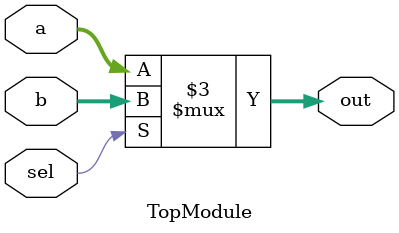
<source format=sv>
module TopModule (
    input  logic [99:0] a,
    input  logic [99:0] b,
    input  logic sel,
    output logic [99:0] out
);

    always @(*) begin
        out = (sel == 1'b0) ? a : b;
    end

endmodule
</source>
